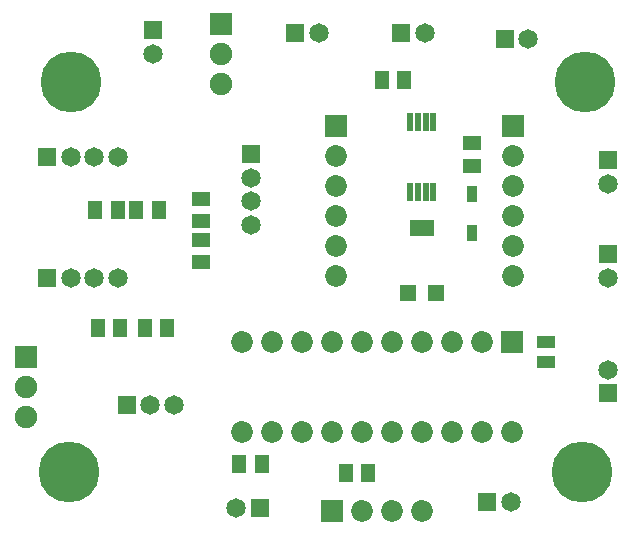
<source format=gts>
G04*
G04 #@! TF.GenerationSoftware,Altium Limited,Altium Designer,24.3.1 (35)*
G04*
G04 Layer_Color=8388736*
%FSLAX25Y25*%
%MOIN*%
G70*
G04*
G04 #@! TF.SameCoordinates,C640A665-BD72-4C55-9E38-BDB06A3A2499*
G04*
G04*
G04 #@! TF.FilePolarity,Negative*
G04*
G01*
G75*
%ADD21R,0.05709X0.05709*%
%ADD22R,0.08465X0.05709*%
%ADD23R,0.02362X0.06398*%
%ADD24R,0.04724X0.06102*%
%ADD25R,0.06102X0.04724*%
%ADD26R,0.03543X0.05512*%
%ADD27R,0.06063X0.04173*%
%ADD28C,0.20276*%
%ADD29C,0.06496*%
%ADD30R,0.06496X0.06496*%
%ADD31R,0.06496X0.06496*%
%ADD32R,0.07284X0.07284*%
%ADD33C,0.07284*%
%ADD34R,0.07480X0.07480*%
%ADD35C,0.07480*%
%ADD36R,0.07284X0.07284*%
D21*
X122343Y59740D02*
D03*
X113287D02*
D03*
D22*
X117815Y81394D02*
D03*
D23*
X113976Y93449D02*
D03*
X116535D02*
D03*
X119095D02*
D03*
X121654D02*
D03*
Y116583D02*
D03*
X119095D02*
D03*
X116535D02*
D03*
X113976D02*
D03*
D24*
X92421Y-299D02*
D03*
X99902D02*
D03*
X25492Y47929D02*
D03*
X32972D02*
D03*
X8957Y87300D02*
D03*
X16437D02*
D03*
X22539D02*
D03*
X30020D02*
D03*
X9744Y47929D02*
D03*
X17224D02*
D03*
X56988Y2654D02*
D03*
X64468D02*
D03*
X111909Y130606D02*
D03*
X104429D02*
D03*
D25*
X134547Y102063D02*
D03*
Y109544D02*
D03*
X43996Y91040D02*
D03*
Y83559D02*
D03*
Y77457D02*
D03*
Y69977D02*
D03*
D26*
X134547Y92811D02*
D03*
Y79819D02*
D03*
D27*
X159154Y36827D02*
D03*
Y43284D02*
D03*
D28*
X171260Y0D02*
D03*
X0D02*
D03*
X984Y129918D02*
D03*
X172244Y129918D02*
D03*
D29*
X28248Y139465D02*
D03*
X60728Y82378D02*
D03*
Y90252D02*
D03*
Y98126D02*
D03*
X16437Y64662D02*
D03*
X8563D02*
D03*
X689D02*
D03*
X16437Y105016D02*
D03*
X8563D02*
D03*
X689D02*
D03*
X55807Y-12110D02*
D03*
X35138Y22339D02*
D03*
X27264D02*
D03*
X179823Y96158D02*
D03*
Y64662D02*
D03*
Y34150D02*
D03*
X147343Y-10142D02*
D03*
X83366Y146355D02*
D03*
X153248Y144386D02*
D03*
X118799Y146355D02*
D03*
D30*
X28248Y147339D02*
D03*
X60728Y106000D02*
D03*
X179823Y104032D02*
D03*
Y72536D02*
D03*
Y26276D02*
D03*
D31*
X-7185Y64662D02*
D03*
Y105016D02*
D03*
X63681Y-12110D02*
D03*
X19390Y22339D02*
D03*
X139469Y-10142D02*
D03*
X75492Y146355D02*
D03*
X145374Y144386D02*
D03*
X110925Y146355D02*
D03*
D32*
X87815Y-13094D02*
D03*
D33*
X97815D02*
D03*
X107815D02*
D03*
X117815D02*
D03*
X89272Y105410D02*
D03*
Y95410D02*
D03*
Y85410D02*
D03*
Y75410D02*
D03*
Y65410D02*
D03*
X148327Y105410D02*
D03*
Y95410D02*
D03*
Y85410D02*
D03*
Y75410D02*
D03*
Y65410D02*
D03*
X137972Y43481D02*
D03*
X127972D02*
D03*
X117973D02*
D03*
X107973D02*
D03*
X97973D02*
D03*
X87972D02*
D03*
X77973D02*
D03*
X67972D02*
D03*
X57973D02*
D03*
Y13480D02*
D03*
X67972D02*
D03*
X77973D02*
D03*
X87972D02*
D03*
X97973D02*
D03*
X107973D02*
D03*
X117973D02*
D03*
X127972D02*
D03*
X137972D02*
D03*
X147973D02*
D03*
D34*
X50886Y149465D02*
D03*
X-14075Y38244D02*
D03*
D35*
X50886Y139465D02*
D03*
Y129465D02*
D03*
X-14075Y28244D02*
D03*
Y18244D02*
D03*
D36*
X89272Y115410D02*
D03*
X148327D02*
D03*
X147973Y43481D02*
D03*
M02*

</source>
